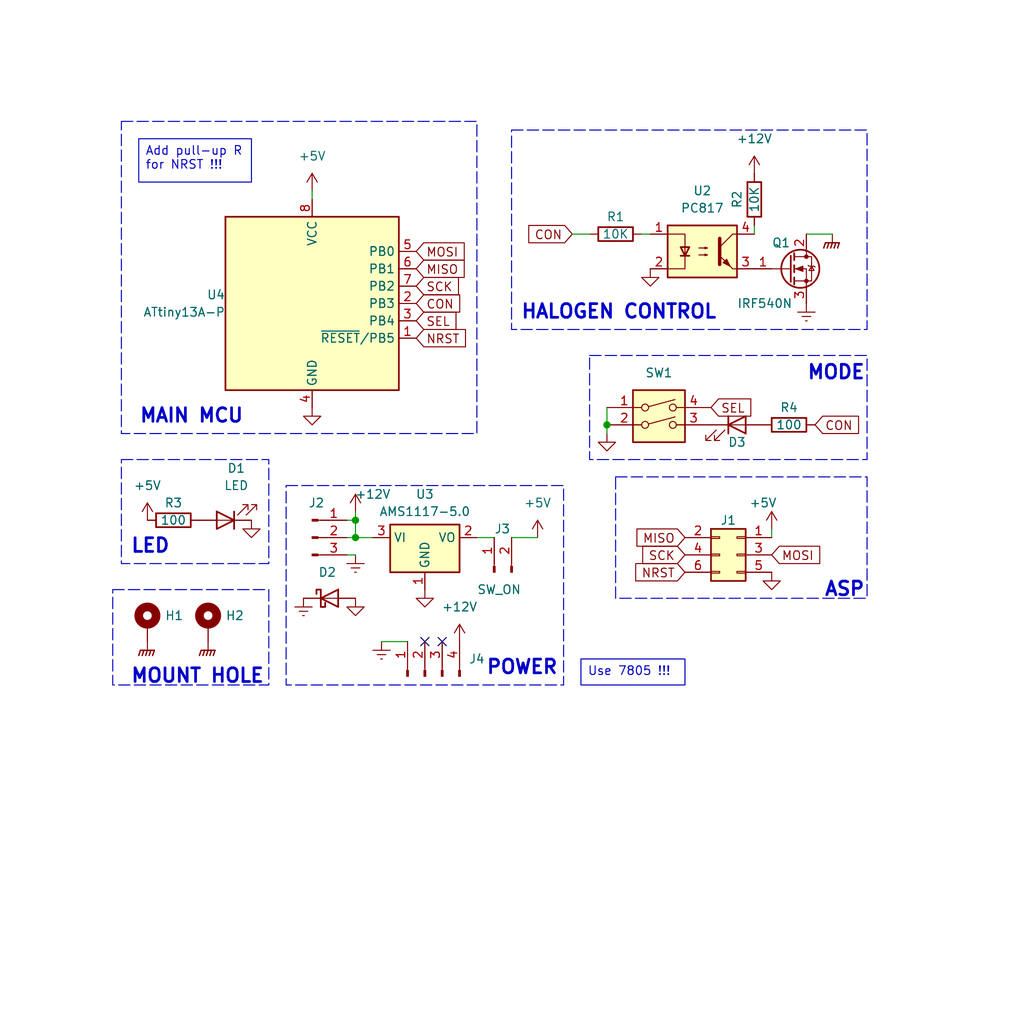
<source format=kicad_sch>
(kicad_sch (version 20230121) (generator eeschema)
  (paper "User" 150.012 150.012)
  (title_block (title "DC Halogen Flicker") (date "2024-07-12") (rev "v0") (company "Didik K. Inc") (comment 1 "drafted by Achmadi"))
  (lib_symbols
    (symbol "Connector:Conn_01x02_Pin" (pin_names (offset 1.016) hide)
      (property "Reference" "J" (at 0 2.54 0))
      (property "Value" "Conn_01x02_Pin" (at 0 -5.08 0))
      (symbol "Conn_01x02_Pin_1_1"
        (polyline (pts (xy 1.27 -2.54) (xy 0.8636 -2.54)) (stroke (width 0.1524)))
        (polyline (pts (xy 1.27 0) (xy 0.8636 0)) (stroke (width 0.1524)))
        (rectangle (start 0.8636 -2.413) (end 0 -2.667) (stroke (width 0.1524)) (fill (type outline)))
        (rectangle (start 0.8636 0.127) (end 0 -0.127) (stroke (width 0.1524)) (fill (type outline)))
        (pin passive line (at 5.08 0 180) (length 3.81) (name "Pin_1") (number "1"))
        (pin passive line (at 5.08 -2.54 180) (length 3.81) (name "Pin_2") (number "2"))
      )
    )
    (symbol "Connector:Conn_01x03_Pin" (pin_names (offset 1.016) hide)
      (property "Reference" "J" (at 0 5.08 0))
      (property "Value" "Conn_01x03_Pin" (at 0 -5.08 0))
      (symbol "Conn_01x03_Pin_1_1"
        (polyline (pts (xy 1.27 -2.54) (xy 0.8636 -2.54)) (stroke (width 0.1524)))
        (polyline (pts (xy 1.27 0) (xy 0.8636 0)) (stroke (width 0.1524)))
        (polyline (pts (xy 1.27 2.54) (xy 0.8636 2.54)) (stroke (width 0.1524)))
        (rectangle (start 0.8636 -2.413) (end 0 -2.667) (stroke (width 0.1524)) (fill (type outline)))
        (rectangle (start 0.8636 0.127) (end 0 -0.127) (stroke (width 0.1524)) (fill (type outline)))
        (rectangle (start 0.8636 2.667) (end 0 2.413) (stroke (width 0.1524)) (fill (type outline)))
        (pin passive line (at 5.08 2.54 180) (length 3.81) (name "Pin_1") (number "1"))
        (pin passive line (at 5.08 0 180) (length 3.81) (name "Pin_2") (number "2"))
        (pin passive line (at 5.08 -2.54 180) (length 3.81) (name "Pin_3") (number "3"))
      )
    )
    (symbol "Connector:Conn_01x04_Pin" (pin_names (offset 1.016) hide)
      (property "Reference" "J" (at 0 5.08 0))
      (property "Value" "Conn_01x04_Pin" (at 0 -7.62 0))
      (symbol "Conn_01x04_Pin_1_1"
        (polyline (pts (xy 1.27 -5.08) (xy 0.8636 -5.08)) (stroke (width 0.1524)))
        (polyline (pts (xy 1.27 -2.54) (xy 0.8636 -2.54)) (stroke (width 0.1524)))
        (polyline (pts (xy 1.27 0) (xy 0.8636 0)) (stroke (width 0.1524)))
        (polyline (pts (xy 1.27 2.54) (xy 0.8636 2.54)) (stroke (width 0.1524)))
        (rectangle (start 0.8636 -4.953) (end 0 -5.207) (stroke (width 0.1524)) (fill (type outline)))
        (rectangle (start 0.8636 -2.413) (end 0 -2.667) (stroke (width 0.1524)) (fill (type outline)))
        (rectangle (start 0.8636 0.127) (end 0 -0.127) (stroke (width 0.1524)) (fill (type outline)))
        (rectangle (start 0.8636 2.667) (end 0 2.413) (stroke (width 0.1524)) (fill (type outline)))
        (pin passive line (at 5.08 2.54 180) (length 3.81) (name "Pin_1") (number "1"))
        (pin passive line (at 5.08 0 180) (length 3.81) (name "Pin_2") (number "2"))
        (pin passive line (at 5.08 -2.54 180) (length 3.81) (name "Pin_3") (number "3"))
        (pin passive line (at 5.08 -5.08 180) (length 3.81) (name "Pin_4") (number "4"))
      )
    )
    (symbol "Connector_Generic:Conn_02x03_Odd_Even" (pin_names (offset 1.016) hide)
      (property "Reference" "J" (at 1.27 5.08 0))
      (property "Value" "Conn_02x03_Odd_Even" (at 1.27 -5.08 0))
      (symbol "Conn_02x03_Odd_Even_1_1"
        (rectangle (start -1.27 -2.413) (end 0 -2.667) (stroke (width 0.1524)))
        (rectangle (start -1.27 0.127) (end 0 -0.127) (stroke (width 0.1524)))
        (rectangle (start -1.27 2.667) (end 0 2.413) (stroke (width 0.1524)))
        (rectangle (start -1.27 3.81) (end 3.81 -3.81) (stroke (width 0.254)) (fill (type background)))
        (rectangle (start 3.81 -2.413) (end 2.54 -2.667) (stroke (width 0.1524)))
        (rectangle (start 3.81 0.127) (end 2.54 -0.127) (stroke (width 0.1524)))
        (rectangle (start 3.81 2.667) (end 2.54 2.413) (stroke (width 0.1524)))
        (pin passive line (at -5.08 2.54 0) (length 3.81) (name "Pin_1") (number "1"))
        (pin passive line (at 7.62 2.54 180) (length 3.81) (name "Pin_2") (number "2"))
        (pin passive line (at -5.08 0 0) (length 3.81) (name "Pin_3") (number "3"))
        (pin passive line (at 7.62 0 180) (length 3.81) (name "Pin_4") (number "4"))
        (pin passive line (at -5.08 -2.54 0) (length 3.81) (name "Pin_5") (number "5"))
        (pin passive line (at 7.62 -2.54 180) (length 3.81) (name "Pin_6") (number "6"))
      )
    )
    (symbol "Device:D_Schottky" (pin_numbers hide) (pin_names (offset 1.016) hide)
      (property "Reference" "D" (at 0 2.54 0))
      (property "Value" "D_Schottky" (at 0 -2.54 0))
      (symbol "D_Schottky_0_1"
        (polyline (pts (xy 1.27 0) (xy -1.27 0)))
        (polyline (pts (xy 1.27 1.27) (xy 1.27 -1.27) (xy -1.27 0) (xy 1.27 1.27)) (stroke (width 0.254)))
        (polyline (pts (xy -1.905 0.635) (xy -1.905 1.27) (xy -1.27 1.27) (xy -1.27 -1.27) (xy -0.635 -1.27) (xy -0.635 -0.635)) (stroke (width 0.254)))
      )
      (symbol "D_Schottky_1_1"
        (pin passive line (at -3.81 0 0) (length 2.54) (name "K") (number "1"))
        (pin passive line (at 3.81 0 180) (length 2.54) (name "A") (number "2"))
      )
    )
    (symbol "Device:LED" (pin_numbers hide) (pin_names (offset 1.016) hide)
      (property "Reference" "D" (at 0 2.54 0))
      (property "Value" "LED" (at 0 -2.54 0))
      (symbol "LED_0_1"
        (polyline (pts (xy -1.27 -1.27) (xy -1.27 1.27)) (stroke (width 0.254)))
        (polyline (pts (xy -1.27 0) (xy 1.27 0)))
        (polyline (pts (xy 1.27 -1.27) (xy 1.27 1.27) (xy -1.27 0) (xy 1.27 -1.27)) (stroke (width 0.254)))
        (polyline (pts (xy -3.048 -0.762) (xy -4.572 -2.286) (xy -3.81 -2.286) (xy -4.572 -2.286) (xy -4.572 -1.524)))
        (polyline (pts (xy -1.778 -0.762) (xy -3.302 -2.286) (xy -2.54 -2.286) (xy -3.302 -2.286) (xy -3.302 -1.524)))
      )
      (symbol "LED_1_1"
        (pin passive line (at -3.81 0 0) (length 2.54) (name "K") (number "1"))
        (pin passive line (at 3.81 0 180) (length 2.54) (name "A") (number "2"))
      )
    )
    (symbol "Device:R" (pin_numbers hide) (pin_names (offset 0))
      (property "Reference" "R" (at 2.032 0 90))
      (property "Value" "R" (at 0 0 90))
      (symbol "R_0_1"
        (rectangle (start -1.016 -2.54) (end 1.016 2.54) (stroke (width 0.254)))
      )
      (symbol "R_1_1"
        (pin passive line (at 0 3.81 270) (length 1.27) (name "~") (number "1"))
        (pin passive line (at 0 -3.81 90) (length 1.27) (name "~") (number "2"))
      )
    )
    (symbol "Isolator:PC817" (pin_names (offset 1.016))
      (property "Reference" "U" (at -5.08 5.08 0))
      (property "Value" "PC817" (at 0 5.08 0))
      (symbol "PC817_0_1"
        (rectangle (start -5.08 3.81) (end 5.08 -3.81) (stroke (width 0.254)) (fill (type background)))
        (polyline (pts (xy -3.175 -0.635) (xy -1.905 -0.635)) (stroke (width 0.254)))
        (polyline (pts (xy 2.54 0.635) (xy 4.445 2.54)))
        (polyline (pts (xy 4.445 -2.54) (xy 2.54 -0.635)) (fill (type outline)))
        (polyline (pts (xy 4.445 -2.54) (xy 5.08 -2.54)))
        (polyline (pts (xy 4.445 2.54) (xy 5.08 2.54)))
        (polyline (pts (xy -5.08 2.54) (xy -2.54 2.54) (xy -2.54 -0.635)))
        (polyline (pts (xy -2.54 -0.635) (xy -2.54 -2.54) (xy -5.08 -2.54)))
        (polyline (pts (xy 2.54 1.905) (xy 2.54 -1.905) (xy 2.54 -1.905)) (stroke (width 0.508)))
        (polyline (pts (xy -2.54 -0.635) (xy -3.175 0.635) (xy -1.905 0.635) (xy -2.54 -0.635)) (stroke (width 0.254)))
        (polyline (pts (xy -0.508 -0.508) (xy 0.762 -0.508) (xy 0.381 -0.635) (xy 0.381 -0.381) (xy 0.762 -0.508)))
        (polyline (pts (xy -0.508 0.508) (xy 0.762 0.508) (xy 0.381 0.381) (xy 0.381 0.635) (xy 0.762 0.508)))
        (polyline (pts (xy 3.048 -1.651) (xy 3.556 -1.143) (xy 4.064 -2.159) (xy 3.048 -1.651) (xy 3.048 -1.651)) (fill (type outline)))
      )
      (symbol "PC817_1_1"
        (pin passive line (at -7.62 2.54 0) (length 2.54) (name "~") (number "1"))
        (pin passive line (at -7.62 -2.54 0) (length 2.54) (name "~") (number "2"))
        (pin passive line (at 7.62 -2.54 180) (length 2.54) (name "~") (number "3"))
        (pin passive line (at 7.62 2.54 180) (length 2.54) (name "~") (number "4"))
      )
    )
    (symbol "MCU_Microchip_ATtiny:ATtiny13A-P"
      (property "Reference" "U" (at -12.7 13.97 0))
      (property "Value" "ATtiny13A-P" (at 2.54 -13.97 0))
      (symbol "ATtiny13A-P_0_1"
        (rectangle (start -12.7 -12.7) (end 12.7 12.7) (stroke (width 0.254)) (fill (type background)))
      )
      (symbol "ATtiny13A-P_1_1"
        (pin bidirectional line (at 15.24 -5.08 180) (length 2.54) (name "~{RESET}/PB5") (number "1"))
        (pin bidirectional line (at 15.24 0 180) (length 2.54) (name "PB3") (number "2"))
        (pin bidirectional line (at 15.24 -2.54 180) (length 2.54) (name "PB4") (number "3"))
        (pin power_in line (at 0 -15.24 90) (length 2.54) (name "GND") (number "4"))
        (pin bidirectional line (at 15.24 7.62 180) (length 2.54) (name "PB0") (number "5"))
        (pin bidirectional line (at 15.24 5.08 180) (length 2.54) (name "PB1") (number "6"))
        (pin bidirectional line (at 15.24 2.54 180) (length 2.54) (name "PB2") (number "7"))
        (pin power_in line (at 0 15.24 270) (length 2.54) (name "VCC") (number "8"))
      )
    )
    (symbol "Mechanical:MountingHole_Pad" (pin_numbers hide) (pin_names (offset 1.016) hide)
      (property "Reference" "H" (at 0 6.35 0))
      (property "Value" "MountingHole_Pad" (at 0 4.445 0))
      (symbol "MountingHole_Pad_0_1"
        (circle (center 0 1.27) (radius 1.27) (stroke (width 1.27)))
      )
      (symbol "MountingHole_Pad_1_1"
        (pin input line (at 0 -2.54 90) (length 2.54) (name "1") (number "1"))
      )
    )
    (symbol "Regulator_Linear:AMS1117-5.0"
      (property "Reference" "U" (at -3.81 3.175 0))
      (property "Value" "AMS1117-5.0" (at 0 3.175 0))
      (symbol "AMS1117-5.0_0_1"
        (rectangle (start -5.08 -5.08) (end 5.08 1.905) (stroke (width 0.254)) (fill (type background)))
      )
      (symbol "AMS1117-5.0_1_1"
        (pin power_in line (at 0 -7.62 90) (length 2.54) (name "GND") (number "1"))
        (pin power_out line (at 7.62 0 180) (length 2.54) (name "VO") (number "2"))
        (pin power_in line (at -7.62 0 0) (length 2.54) (name "VI") (number "3"))
      )
    )
    (symbol "Switch:SW_DIP_x02" (pin_names (offset 0) hide)
      (property "Reference" "SW" (at 0 6.35 0))
      (property "Value" "SW_DIP_x02" (at 0 -3.81 0))
      (symbol "SW_DIP_x02_0_0"
        (circle (center -2.032 0) (radius 0.508))
        (circle (center -2.032 2.54) (radius 0.508))
        (polyline (pts (xy -1.524 0.127) (xy 2.3622 1.1684)))
        (polyline (pts (xy -1.524 2.667) (xy 2.3622 3.7084)))
        (circle (center 2.032 0) (radius 0.508))
        (circle (center 2.032 2.54) (radius 0.508))
      )
      (symbol "SW_DIP_x02_0_1"
        (rectangle (start -3.81 5.08) (end 3.81 -2.54) (stroke (width 0.254)) (fill (type background)))
      )
      (symbol "SW_DIP_x02_1_1"
        (pin passive line (at -7.62 2.54 0) (length 5.08) (name "~") (number "1"))
        (pin passive line (at -7.62 0 0) (length 5.08) (name "~") (number "2"))
        (pin passive line (at 7.62 0 180) (length 5.08) (name "~") (number "3"))
        (pin passive line (at 7.62 2.54 180) (length 5.08) (name "~") (number "4"))
      )
    )
    (symbol "Transistor_FET:IRF540N" (pin_names hide)
      (property "Reference" "Q" (at 6.35 1.905 0))
      (property "Value" "IRF540N" (at 6.35 0 0))
      (symbol "IRF540N_0_1"
        (polyline (pts (xy 0.254 0) (xy -2.54 0)))
        (polyline (pts (xy 0.254 1.905) (xy 0.254 -1.905)) (stroke (width 0.254)))
        (polyline (pts (xy 0.762 -1.27) (xy 0.762 -2.286)) (stroke (width 0.254)))
        (polyline (pts (xy 0.762 0.508) (xy 0.762 -0.508)) (stroke (width 0.254)))
        (polyline (pts (xy 0.762 2.286) (xy 0.762 1.27)) (stroke (width 0.254)))
        (polyline (pts (xy 2.54 2.54) (xy 2.54 1.778)))
        (polyline (pts (xy 2.54 -2.54) (xy 2.54 0) (xy 0.762 0)))
        (polyline (pts (xy 0.762 -1.778) (xy 3.302 -1.778) (xy 3.302 1.778) (xy 0.762 1.778)))
        (polyline (pts (xy 1.016 0) (xy 2.032 0.381) (xy 2.032 -0.381) (xy 1.016 0)) (fill (type outline)))
        (polyline (pts (xy 2.794 0.508) (xy 2.921 0.381) (xy 3.683 0.381) (xy 3.81 0.254)))
        (polyline (pts (xy 3.302 0.381) (xy 2.921 -0.254) (xy 3.683 -0.254) (xy 3.302 0.381)))
        (circle (center 1.651 0) (radius 2.794) (stroke (width 0.254)))
        (circle (center 2.54 -1.778) (radius 0.254) (fill (type outline)))
        (circle (center 2.54 1.778) (radius 0.254) (fill (type outline)))
      )
      (symbol "IRF540N_1_1"
        (pin input line (at -5.08 0 0) (length 2.54) (name "G") (number "1"))
        (pin passive line (at 2.54 5.08 270) (length 2.54) (name "D") (number "2"))
        (pin passive line (at 2.54 -5.08 90) (length 2.54) (name "S") (number "3"))
      )
    )
    (symbol "power:+12V" (power) (pin_names (offset 0))
      (property "Value" "+12V" (at 0 3.556 0))
      (symbol "+12V_0_1"
        (polyline (pts (xy -0.762 1.27) (xy 0 2.54)))
        (polyline (pts (xy 0 0) (xy 0 2.54)))
        (polyline (pts (xy 0 2.54) (xy 0.762 1.27)))
      )
      (symbol "+12V_1_1"
        (pin power_in line (at 0 0 90) (length 0) hide (name "+12V") (number "1"))
      )
    )
    (symbol "power:+5V" (power) (pin_names (offset 0))
      (property "Value" "+5V" (at 0 3.556 0))
      (symbol "+5V_0_1"
        (polyline (pts (xy -0.762 1.27) (xy 0 2.54)))
        (polyline (pts (xy 0 0) (xy 0 2.54)))
        (polyline (pts (xy 0 2.54) (xy 0.762 1.27)))
      )
      (symbol "+5V_1_1"
        (pin power_in line (at 0 0 90) (length 0) hide (name "+5V") (number "1"))
      )
    )
    (symbol "power:GND" (power) (pin_names (offset 0))
      (property "Value" "GND" (at 0 -3.81 0))
      (symbol "GND_0_1"
        (polyline (pts (xy 0 0) (xy 0 -1.27) (xy 1.27 -1.27) (xy 0 -2.54) (xy -1.27 -1.27) (xy 0 -1.27)))
      )
      (symbol "GND_1_1"
        (pin power_in line (at 0 0 270) (length 0) hide (name "GND") (number "1"))
      )
    )
    (symbol "power:GNDPWR" (power) (pin_names (offset 0))
      (property "Value" "GNDPWR" (at 0 -3.302 0))
      (symbol "GNDPWR_0_1"
        (polyline (pts (xy 0 -1.27) (xy 0 0)))
        (polyline (pts (xy -1.016 -1.27) (xy -1.27 -2.032) (xy -1.27 -2.032)) (stroke (width 0.2032)))
        (polyline (pts (xy -0.508 -1.27) (xy -0.762 -2.032) (xy -0.762 -2.032)) (stroke (width 0.2032)))
        (polyline (pts (xy 0 -1.27) (xy -0.254 -2.032) (xy -0.254 -2.032)) (stroke (width 0.2032)))
        (polyline (pts (xy 0.508 -1.27) (xy 0.254 -2.032) (xy 0.254 -2.032)) (stroke (width 0.2032)))
        (polyline (pts (xy 1.016 -1.27) (xy -1.016 -1.27) (xy -1.016 -1.27)) (stroke (width 0.2032)))
        (polyline (pts (xy 1.016 -1.27) (xy 0.762 -2.032) (xy 0.762 -2.032) (xy 0.762 -2.032)) (stroke (width 0.2032)))
      )
      (symbol "GNDPWR_1_1"
        (pin power_in line (at 0 0 270) (length 0) hide (name "GNDPWR") (number "1"))
      )
    )
    (symbol "power:GNDREF" (power) (pin_names (offset 0))
      (property "Value" "GNDREF" (at 0 -3.81 0))
      (symbol "GNDREF_0_1"
        (polyline (pts (xy -0.635 -1.905) (xy 0.635 -1.905)))
        (polyline (pts (xy -0.127 -2.54) (xy 0.127 -2.54)))
        (polyline (pts (xy 0 -1.27) (xy 0 0)))
        (polyline (pts (xy 1.27 -1.27) (xy -1.27 -1.27)))
      )
      (symbol "GNDREF_1_1"
        (pin power_in line (at 0 0 270) (length 0) hide (name "GNDREF") (number "1"))
      )
    )
  )
  (junction (at 52.07 78.74))
  (junction (at 52.07 76.2))
  (junction (at 88.9 62.23))
  (no_connect (at 62.23 93.98))
  (no_connect (at 64.77 93.98))
  (wire (pts (xy 110.49 33.02) (xy 110.49 34.29)))
  (wire (pts (xy 50.8 76.2) (xy 52.07 76.2)))
  (wire (pts (xy 45.72 27.94) (xy 45.72 29.21)))
  (wire (pts (xy 74.93 78.74) (xy 78.74 78.74)))
  (wire (pts (xy 52.07 74.93) (xy 52.07 76.2)))
  (wire (pts (xy 52.07 78.74) (xy 54.61 78.74)))
  (wire (pts (xy 113.03 77.47) (xy 113.03 78.74)))
  (wire (pts (xy 52.07 76.2) (xy 52.07 78.74)))
  (wire (pts (xy 88.9 59.69) (xy 88.9 62.23)))
  (wire (pts (xy 69.85 78.74) (xy 72.39 78.74)))
  (wire (pts (xy 118.11 34.29) (xy 121.92 34.29)))
  (wire (pts (xy 50.8 81.28) (xy 52.07 81.28)))
  (wire (pts (xy 93.98 34.29) (xy 95.25 34.29)))
  (wire (pts (xy 55.88 93.98) (xy 59.69 93.98)))
  (wire (pts (xy 88.9 62.23) (xy 88.9 63.5)))
  (wire (pts (xy 83.82 34.29) (xy 86.36 34.29)))
  (wire (pts (xy 50.8 78.74) (xy 52.07 78.74)))
  (rectangle (start 74.93 19.05) (end 127 48.26) (stroke (width 0) (type dash)))
  (rectangle (start 90.17 69.85) (end 127 87.63) (stroke (width 0) (type dash)))
  (rectangle (start 17.78 17.78) (end 69.85 63.5) (stroke (width 0) (type dash)))
  (rectangle (start 41.91 71.12) (end 82.55 100.33) (stroke (width 0) (type dash)))
  (rectangle (start 16.51 86.36) (end 39.37 100.33) (stroke (width 0) (type dash)))
  (rectangle (start 86.36 52.07) (end 127 67.31) (stroke (width 0) (type dash)))
  (rectangle (start 17.78 67.31) (end 39.37 82.55) (stroke (width 0) (type dash)))
  (text_box "Use 7805 !!!" (at 85.09 96.52 0) (size 15.24 3.81) (effects (font (size 1.27 1.27)) (justify left top)))
  (text_box "Add pull-up R\nfor NRST !!!" (at 20.32 20.32 0) (size 16.51 6.35) (effects (font (size 1.27 1.27)) (justify left top)))
  (text "HALOGEN CONTROL" (at 76.2 46.99 0) (effects (font (size 2 2) bold) (justify left bottom)))
  (text "MAIN MCU" (at 20.32 62.23 0) (effects (font (size 2 2) (thickness 0.4) bold) (justify left bottom)))
  (text "POWER" (at 71.12 99.06 0) (effects (font (size 2 2) bold) (justify left bottom)))
  (text "MODE" (at 118.11 55.88 0) (effects (font (size 2 2) bold) (justify left bottom)))
  (text "ASP\n" (at 120.65 87.63 0) (effects (font (size 2 2) bold) (justify left bottom)))
  (text "MOUNT HOLE" (at 19.05 100.33 0) (effects (font (size 2 2) bold) (justify left bottom)))
  (text "LED" (at 19.05 81.28 0) (effects (font (size 2 2) bold) (justify left bottom)))
  (global_label "CON" (shape input) (at 119.38 62.23 0) (property "Intersheetrefs" "${INTERSHEET_REFS}" (effects hide)))
  (global_label "CON" (shape input) (at 60.96 44.45 0) (property "Intersheetrefs" "${INTERSHEET_REFS}" (effects hide)))
  (global_label "SEL" (shape input) (at 104.14 59.69 0) (property "Intersheetrefs" "${INTERSHEET_REFS}" (effects hide)))
  (global_label "SCK" (shape input) (at 100.33 81.28 180) (property "Intersheetrefs" "${INTERSHEET_REFS}" (effects hide)))
  (global_label "CON" (shape input) (at 83.82 34.29 180) (property "Intersheetrefs" "${INTERSHEET_REFS}" (effects hide)))
  (global_label "NRST" (shape input) (at 60.96 49.53 0) (property "Intersheetrefs" "${INTERSHEET_REFS}" (effects hide)))
  (global_label "MISO" (shape input) (at 60.96 39.37 0) (property "Intersheetrefs" "${INTERSHEET_REFS}" (effects hide)))
  (global_label "SCK" (shape input) (at 60.96 41.91 0) (property "Intersheetrefs" "${INTERSHEET_REFS}" (effects hide)))
  (global_label "SEL" (shape input) (at 60.96 46.99 0) (property "Intersheetrefs" "${INTERSHEET_REFS}" (effects hide)))
  (global_label "NRST" (shape input) (at 100.33 83.82 180) (property "Intersheetrefs" "${INTERSHEET_REFS}" (effects hide)))
  (global_label "MISO" (shape input) (at 100.33 78.74 180) (property "Intersheetrefs" "${INTERSHEET_REFS}" (effects hide)))
  (global_label "MOSI" (shape input) (at 60.96 36.83 0) (property "Intersheetrefs" "${INTERSHEET_REFS}" (effects hide)))
  (global_label "MOSI" (shape input) (at 113.03 81.28 0) (property "Intersheetrefs" "${INTERSHEET_REFS}" (effects hide)))
  (symbol (lib_id "Device:R") (at 110.49 29.21 180) (unit 1)
    (property "Reference" "R2" (at 107.95 29.21 90))
    (property "Value" "10K" (at 110.49 29.21 90))
    (property "Footprint" "Resistor_SMD:R_0805_2012Metric_Pad1.20x1.40mm_HandSolder" (effects hide))
  )
  (symbol (lib_id "power:GNDREF") (at 118.11 44.45 0) (unit 1)
    (property "Reference" "#PWR021" (effects hide))
    (property "Value" "GNDREF" (effects hide))
  )
  (symbol (lib_id "Connector:Conn_01x04_Pin") (at 62.23 99.06 90) (unit 1)
    (property "Reference" "J4" (at 69.85 96.52 90))
    (property "Value" "CHARGER" (effects hide))
    (property "Footprint" "Connector_Molex:Molex_KK-254_AE-6410-04A_1x04_P2.54mm_Vertical" (effects hide))
  )
  (symbol (lib_id "power:GNDPWR") (at 30.48 93.98 0) (unit 1)
    (property "Reference" "#PWR023" (effects hide))
    (property "Value" "GNDPWR" (effects hide))
  )
  (symbol (lib_id "Mechanical:MountingHole_Pad") (at 30.48 91.44 0) (unit 1)
    (property "Reference" "H2" (at 33.02 90.17 0) (effects (justify left)))
    (property "Value" "MountingHole_Pad" (effects hide))
    (property "Footprint" "MountingHole:MountingHole_4.5mm_Pad" (effects hide))
  )
  (symbol (lib_id "power:GND") (at 62.23 86.36 0) (unit 1)
    (property "Reference" "#PWR012" (effects hide))
    (property "Value" "GND" (effects hide))
  )
  (symbol (lib_id "power:GNDREF") (at 52.07 81.28 0) (unit 1)
    (property "Reference" "#PWR017" (effects hide))
    (property "Value" "GNDREF" (effects hide))
  )
  (symbol (lib_id "Switch:SW_DIP_x02") (at 96.52 62.23 0) (unit 1)
    (property "Reference" "SW1" (at 96.52 54.61 0))
    (property "Value" "SW_DIP_x02" (effects hide))
    (property "Footprint" "Button_Switch_THT:SW_DIP_SPSTx02_Slide_9.78x7.26mm_W7.62mm_P2.54mm" (effects hide))
  )
  (symbol (lib_id "power:+12V") (at 52.07 74.93 0) (unit 1)
    (property "Reference" "#PWR016" (effects hide))
    (property "Value" "+12V" (at 54.61 72.39 0))
  )
  (symbol (lib_id "power:GNDPWR") (at 121.92 34.29 0) (unit 1)
    (property "Reference" "#PWR08" (effects hide))
    (property "Value" "GNDPWR" (effects hide))
  )
  (symbol (lib_id "Mechanical:MountingHole_Pad") (at 21.59 91.44 0) (unit 1)
    (property "Reference" "H1" (at 24.13 90.17 0) (effects (justify left)))
    (property "Value" "MountingHole_Pad" (effects hide))
    (property "Footprint" "MountingHole:MountingHole_4.5mm_Pad" (effects hide))
  )
  (symbol (lib_id "power:+5V") (at 21.59 76.2 0) (unit 1)
    (property "Reference" "#PWR020" (effects hide))
    (property "Value" "+5V" (at 21.59 71.12 0))
  )
  (symbol (lib_id "power:GNDPWR") (at 21.59 93.98 0) (unit 1)
    (property "Reference" "#PWR022" (effects hide))
    (property "Value" "GNDPWR" (effects hide))
  )
  (symbol (lib_id "Connector:Conn_01x03_Pin") (at 45.72 78.74 0) (unit 1)
    (property "Reference" "J2" (at 46.355 73.66 0))
    (property "Value" "BATT_LAMP" (effects hide))
    (property "Footprint" "TerminalBlock:TerminalBlock_Altech_AK300-3_P5.00mm" (effects hide))
  )
  (symbol (lib_id "MCU_Microchip_ATtiny:ATtiny13A-P") (at 45.72 44.45 0) (unit 1)
    (property "Reference" "U4" (at 33.02 43.18 0) (effects (justify right)))
    (property "Value" "ATtiny13A-P" (at 33.02 45.72 0) (effects (justify right)))
    (property "Footprint" "Package_DIP:DIP-8_W7.62mm" (effects hide))
    (property "Datasheet" "http://ww1.microchip.com/downloads/en/DeviceDoc/doc8126.pdf" (effects hide))
  )
  (symbol (lib_id "Connector_Generic:Conn_02x03_Odd_Even") (at 107.95 81.28 0) (mirror y) (unit 1)
    (property "Reference" "J1" (at 106.68 76.2 0))
    (property "Value" "ASP" (effects hide))
    (property "Footprint" "Connector_PinHeader_2.54mm:PinHeader_2x03_P2.54mm_Vertical" (effects hide))
  )
  (symbol (lib_id "power:+5V") (at 78.74 78.74 0) (unit 1)
    (property "Reference" "#PWR015" (effects hide))
    (property "Value" "+5V" (at 78.74 73.66 0))
  )
  (symbol (lib_id "Device:LED") (at 33.02 76.2 180) (unit 1)
    (property "Reference" "D1" (at 34.6075 68.58 0))
    (property "Value" "LED" (at 34.6075 71.12 0))
    (property "Footprint" "LED_SMD:LED_0805_2012Metric_Pad1.15x1.40mm_HandSolder" (effects hide))
  )
  (symbol (lib_id "power:GND") (at 113.03 83.82 0) (unit 1)
    (property "Reference" "#PWR03" (effects hide))
    (property "Value" "GND" (effects hide))
  )
  (symbol (lib_id "power:GND") (at 36.83 76.2 0) (unit 1)
    (property "Reference" "#PWR01" (effects hide))
    (property "Value" "GND" (effects hide))
  )
  (symbol (lib_id "Connector:Conn_01x02_Pin") (at 72.39 83.82 90) (unit 1)
    (property "Reference" "J3" (at 72.39 77.47 90) (effects (justify right)))
    (property "Value" "SW_ON" (at 69.85 86.36 90) (effects (justify right)))
    (property "Footprint" "Connector_PinSocket_2.54mm:PinSocket_1x02_P2.54mm_Vertical" (effects hide))
  )
  (symbol (lib_id "Device:R") (at 25.4 76.2 90) (unit 1)
    (property "Reference" "R3" (at 25.4 73.66 90))
    (property "Value" "100" (at 25.4 76.2 90))
    (property "Footprint" "Resistor_SMD:R_0805_2012Metric_Pad1.20x1.40mm_HandSolder" (effects hide))
  )
  (symbol (lib_id "Device:D_Schottky") (at 48.26 87.63 0) (unit 1)
    (property "Reference" "D2" (at 47.9425 83.82 0))
    (property "Value" "D_Schottky" (effects hide))
    (property "Footprint" "Diode_SMD:D_SMA-SMB_Universal_Handsoldering" (effects hide))
  )
  (symbol (lib_id "Device:LED") (at 107.95 62.23 0) (unit 1)
    (property "Reference" "D3" (at 107.95 64.77 0))
    (property "Value" "LED" (effects hide))
    (property "Footprint" "LED_SMD:LED_0805_2012Metric_Pad1.15x1.40mm_HandSolder" (effects hide))
  )
  (symbol (lib_id "Device:R") (at 90.17 34.29 90) (unit 1)
    (property "Reference" "R1" (at 90.17 31.75 90))
    (property "Value" "10K" (at 90.17 34.29 90))
    (property "Footprint" "Resistor_SMD:R_0805_2012Metric_Pad1.20x1.40mm_HandSolder" (effects hide))
  )
  (symbol (lib_id "power:GND") (at 88.9 63.5 0) (unit 1)
    (property "Reference" "#PWR013" (effects hide))
    (property "Value" "GND" (effects hide))
  )
  (symbol (lib_id "power:GND") (at 45.72 59.69 0) (unit 1)
    (property "Reference" "#PWR02" (effects hide))
    (property "Value" "GND" (effects hide))
  )
  (symbol (lib_id "power:GND") (at 52.07 87.63 0) (unit 1)
    (property "Reference" "#PWR018" (effects hide))
    (property "Value" "GND" (effects hide))
  )
  (symbol (lib_id "power:GNDREF") (at 55.88 93.98 0) (unit 1)
    (property "Reference" "#PWR025" (effects hide))
    (property "Value" "GNDREF" (effects hide))
  )
  (symbol (lib_id "Device:R") (at 115.57 62.23 90) (unit 1)
    (property "Reference" "R4" (at 115.57 59.69 90))
    (property "Value" "100" (at 115.57 62.23 90))
    (property "Footprint" "Resistor_SMD:R_0805_2012Metric_Pad1.20x1.40mm_HandSolder" (effects hide))
  )
  (symbol (lib_id "power:+5V") (at 45.72 27.94 0) (unit 1)
    (property "Reference" "#PWR014" (effects hide))
    (property "Value" "+5V" (at 45.72 22.86 0))
  )
  (symbol (lib_id "power:+5V") (at 113.03 77.47 0) (unit 1)
    (property "Reference" "#PWR04" (effects hide))
    (property "Value" "+5V" (at 111.76 73.66 0))
  )
  (symbol (lib_id "power:+12V") (at 67.31 93.98 0) (unit 1)
    (property "Reference" "#PWR024" (effects hide))
    (property "Value" "+12V" (at 67.31 88.9 0))
  )
  (symbol (lib_id "power:GNDREF") (at 44.45 87.63 0) (unit 1)
    (property "Reference" "#PWR019" (effects hide))
    (property "Value" "GNDREF" (effects hide))
  )
  (symbol (lib_id "Transistor_FET:IRF540N") (at 115.57 39.37 0) (unit 1)
    (property "Reference" "Q1" (at 113.03 35.56 0) (effects (justify left)))
    (property "Value" "IRF540N" (at 107.95 44.45 0) (effects (justify left)))
    (property "Footprint" "Package_TO_SOT_THT:TO-220-3_Horizontal_TabDown" (effects hide))
    (property "Datasheet" "http://www.irf.com/product-info/datasheets/data/irf540n.pdf" (effects hide))
  )
  (symbol (lib_id "Isolator:PC817") (at 102.87 36.83 0) (unit 1)
    (property "Reference" "U2" (at 102.87 27.94 0))
    (property "Value" "PC817" (at 102.87 30.48 0))
    (property "Footprint" "Package_DIP:DIP-4_W7.62mm" (effects hide))
    (property "Datasheet" "http://www.soselectronic.cz/a_info/resource/d/pc817.pdf" (effects hide))
  )
  (symbol (lib_id "power:+12V") (at 110.49 25.4 0) (unit 1)
    (property "Reference" "#PWR09" (effects hide))
    (property "Value" "+12V" (at 110.49 20.32 0))
  )
  (symbol (lib_id "Regulator_Linear:AMS1117-5.0") (at 62.23 78.74 0) (unit 1)
    (property "Reference" "U3" (at 62.23 72.39 0))
    (property "Value" "AMS1117-5.0" (at 62.23 74.93 0))
    (property "Footprint" "Package_TO_SOT_SMD:SOT-223-3_TabPin2" (effects hide))
    (property "Datasheet" "http://www.advanced-monolithic.com/pdf/ds1117.pdf" (effects hide))
  )
  (symbol (lib_id "power:GND") (at 95.25 39.37 0) (unit 1)
    (property "Reference" "#PWR07" (effects hide))
    (property "Value" "GND" (effects hide))
  )
)
</source>
